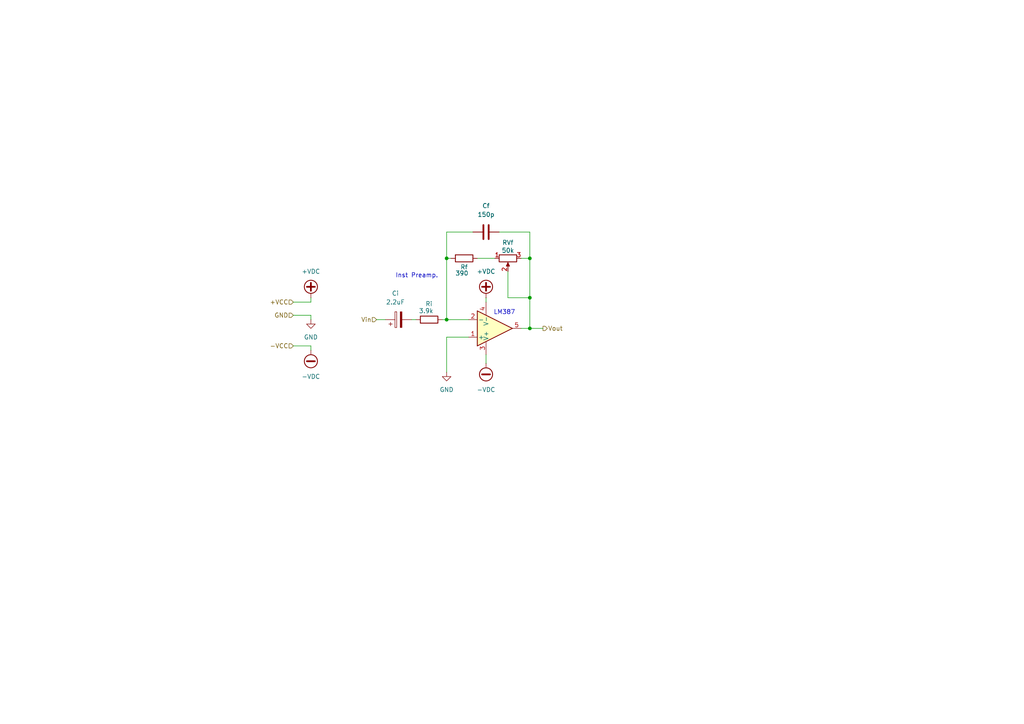
<source format=kicad_sch>
(kicad_sch (version 20231120) (generator "eeschema") (generator_version "8.0")
  (paper "A4")
  (lib_symbols
    (symbol "Device:C" (pin_numbers hide) (pin_names (offset 0.254))
      (property "Reference" "C" (at 0.635 2.54 0))
      (property "Value" "C" (at 0.635 -2.54 0))
      (symbol "C_0_1"
        (polyline (pts (xy -2.032 -0.762) (xy 2.032 -0.762)) (stroke (width 0.508)))
        (polyline (pts (xy -2.032 0.762) (xy 2.032 0.762)) (stroke (width 0.508)))
      )
      (symbol "C_1_1"
        (pin passive line (at 0 3.81 270) (length 2.794) (name "~") (number "1"))
        (pin passive line (at 0 -3.81 90) (length 2.794) (name "~") (number "2"))
      )
    )
    (symbol "Device:C_Polarized" (pin_numbers hide) (pin_names (offset 0.254))
      (property "Reference" "C" (at 0.635 2.54 0))
      (property "Value" "C_Polarized" (at 0.635 -2.54 0))
      (symbol "C_Polarized_0_1"
        (rectangle (start -2.286 0.508) (end 2.286 1.016))
        (polyline (pts (xy -1.778 2.286) (xy -0.762 2.286)))
        (polyline (pts (xy -1.27 2.794) (xy -1.27 1.778)))
        (rectangle (start 2.286 -0.508) (end -2.286 -1.016) (fill (type outline)))
      )
      (symbol "C_Polarized_1_1"
        (pin passive line (at 0 3.81 270) (length 2.794) (name "~") (number "1"))
        (pin passive line (at 0 -3.81 90) (length 2.794) (name "~") (number "2"))
      )
    )
    (symbol "Device:R" (pin_numbers hide) (pin_names (offset 0))
      (property "Reference" "R" (at 2.032 0 90))
      (property "Value" "R" (at 0 0 90))
      (symbol "R_0_1"
        (rectangle (start -1.016 -2.54) (end 1.016 2.54) (stroke (width 0.254)))
      )
      (symbol "R_1_1"
        (pin passive line (at 0 3.81 270) (length 1.27) (name "~") (number "1"))
        (pin passive line (at 0 -3.81 90) (length 1.27) (name "~") (number "2"))
      )
    )
    (symbol "Device:R_Potentiometer" (pin_names (offset 1.016) hide)
      (property "Reference" "RV" (at -4.445 0 90))
      (property "Value" "R_Potentiometer" (at -2.54 0 90))
      (symbol "R_Potentiometer_0_1"
        (polyline (pts (xy 2.54 0) (xy 1.524 0)))
        (polyline (pts (xy 1.143 0) (xy 2.286 0.508) (xy 2.286 -0.508) (xy 1.143 0)) (fill (type outline)))
        (rectangle (start 1.016 2.54) (end -1.016 -2.54) (stroke (width 0.254)))
      )
      (symbol "R_Potentiometer_1_1"
        (pin passive line (at 0 3.81 270) (length 1.27) (name "1") (number "1"))
        (pin passive line (at 3.81 0 180) (length 1.27) (name "2") (number "2"))
        (pin passive line (at 0 -3.81 90) (length 1.27) (name "3") (number "3"))
      )
    )
    (symbol "Simulation_SPICE:OPAMP" (pin_names (offset 0.254))
      (property "Reference" "U" (at 3.81 3.175 0))
      (property "Value" "${SIM.PARAMS}" (at 3.81 -3.175 0))
      (symbol "OPAMP_0_1"
        (polyline (pts (xy 5.08 0) (xy -5.08 5.08) (xy -5.08 -5.08) (xy 5.08 0)) (stroke (width 0.254)) (fill (type background)))
      )
      (symbol "OPAMP_1_1"
        (pin input line (at -7.62 2.54 0) (length 2.54) (name "+") (number "1"))
        (pin input line (at -7.62 -2.54 0) (length 2.54) (name "-") (number "2"))
        (pin power_in line (at -2.54 7.62 270) (length 3.81) (name "V+") (number "3"))
        (pin power_in line (at -2.54 -7.62 90) (length 3.81) (name "V-") (number "4"))
        (pin output line (at 7.62 0 180) (length 2.54) (name "~") (number "5"))
      )
    )
    (symbol "power:+VDC" (power) (pin_numbers hide) (pin_names (offset 0) hide)
      (property "Value" "+VDC" (at 0 6.35 0))
      (symbol "+VDC_0_1"
        (polyline (pts (xy -1.143 3.175) (xy 1.143 3.175)) (stroke (width 0.508)))
        (polyline (pts (xy 0 0) (xy 0 1.27)))
        (polyline (pts (xy 0 2.032) (xy 0 4.318)) (stroke (width 0.508)))
        (circle (center 0 3.175) (radius 1.905) (stroke (width 0.254)))
      )
      (symbol "+VDC_1_1"
        (pin power_in line (at 0 0 90) (length 0) (name "~") (number "1"))
      )
    )
    (symbol "power:-VDC" (power) (pin_numbers hide) (pin_names (offset 0) hide)
      (property "Value" "-VDC" (at 0 6.35 0))
      (symbol "-VDC_0_1"
        (polyline (pts (xy -1.143 3.175) (xy 1.143 3.175)) (stroke (width 0.508)))
        (polyline (pts (xy 0 0) (xy 0 1.27)))
        (circle (center 0 3.175) (radius 1.905) (stroke (width 0.254)))
      )
      (symbol "-VDC_1_1"
        (pin power_in line (at 0 0 90) (length 0) (name "~") (number "1"))
      )
    )
    (symbol "power:GND" (power) (pin_numbers hide) (pin_names (offset 0) hide)
      (property "Value" "GND" (at 0 -3.81 0))
      (symbol "GND_0_1"
        (polyline (pts (xy 0 0) (xy 0 -1.27) (xy 1.27 -1.27) (xy 0 -2.54) (xy -1.27 -1.27) (xy 0 -1.27)))
      )
      (symbol "GND_1_1"
        (pin power_in line (at 0 0 270) (length 0) (name "~") (number "1"))
      )
    )
  )
  (junction (at 129.54 92.71))
  (junction (at 153.67 86.36))
  (junction (at 129.54 74.93))
  (junction (at 153.67 95.25))
  (junction (at 153.67 74.93))
  (wire (pts (xy 140.97 105.41) (xy 140.97 102.87)))
  (wire (pts (xy 144.78 67.31) (xy 153.67 67.31)))
  (wire (pts (xy 90.17 91.44) (xy 90.17 92.71)))
  (wire (pts (xy 90.17 100.33) (xy 90.17 101.6)))
  (wire (pts (xy 138.43 74.93) (xy 143.51 74.93)))
  (wire (pts (xy 147.32 86.36) (xy 153.67 86.36)))
  (wire (pts (xy 85.09 91.44) (xy 90.17 91.44)))
  (wire (pts (xy 128.27 92.71) (xy 129.54 92.71)))
  (wire (pts (xy 129.54 92.71) (xy 135.89 92.71)))
  (wire (pts (xy 129.54 97.79) (xy 129.54 107.95)))
  (wire (pts (xy 90.17 87.63) (xy 90.17 86.36)))
  (wire (pts (xy 151.13 74.93) (xy 153.67 74.93)))
  (wire (pts (xy 129.54 67.31) (xy 129.54 74.93)))
  (wire (pts (xy 147.32 78.74) (xy 147.32 86.36)))
  (wire (pts (xy 129.54 97.79) (xy 135.89 97.79)))
  (wire (pts (xy 119.38 92.71) (xy 120.65 92.71)))
  (wire (pts (xy 153.67 86.36) (xy 153.67 95.25)))
  (wire (pts (xy 153.67 67.31) (xy 153.67 74.93)))
  (wire (pts (xy 153.67 95.25) (xy 157.48 95.25)))
  (wire (pts (xy 153.67 95.25) (xy 151.13 95.25)))
  (wire (pts (xy 85.09 87.63) (xy 90.17 87.63)))
  (wire (pts (xy 109.22 92.71) (xy 111.76 92.71)))
  (wire (pts (xy 129.54 74.93) (xy 129.54 92.71)))
  (wire (pts (xy 153.67 74.93) (xy 153.67 86.36)))
  (wire (pts (xy 140.97 86.36) (xy 140.97 87.63)))
  (wire (pts (xy 85.09 100.33) (xy 90.17 100.33)))
  (wire (pts (xy 129.54 67.31) (xy 137.16 67.31)))
  (wire (pts (xy 130.81 74.93) (xy 129.54 74.93)))
  (text "Inst Preamp." (at 120.904 80.01 0) (effects (font (size 1.27 1.27))))
  (text "LM387" (at 146.304 90.678 0) (effects (font (size 1.27 1.27))))
  (hierarchical_label "Vin" (shape input) (at 109.22 92.71 180))
  (hierarchical_label "GND" (shape input) (at 85.09 91.44 180))
  (hierarchical_label "Vout" (shape output) (at 157.48 95.25 0))
  (hierarchical_label "+VCC" (shape input) (at 85.09 87.63 180))
  (hierarchical_label "-VCC" (shape input) (at 85.09 100.33 180))
  (symbol (lib_id "Simulation_SPICE:OPAMP") (at 143.51 95.25 0) (mirror x) (unit 1)
    (property "Reference" "U2" (effects (hide yes)))
    (property "Value" "${SIM.PARAMS}" (effects (hide yes)))
    (property "Datasheet" "https://ngspice.sourceforge.io/docs/ngspice-html-manual/manual.xhtml#sec__SUBCKT_Subcircuits" (effects (hide yes)))
    (property "Description" "Operational amplifier, single, node sequence=1:+ 2:- 3:OUT 4:V+ 5:V-" (effects (hide yes)))
    (property "Sim.Pins" "1=in+ 2=in- 3=vcc 4=vee 5=out" (effects (hide yes)))
    (property "Sim.Device" "SUBCKT" (effects (hide yes)))
    (property "Sim.Library" "${KICAD8_SYMBOL_DIR}/Simulation_SPICE.sp" (effects (hide yes)))
    (property "Sim.Name" "kicad_builtin_opamp" (effects (hide yes)))
  )
  (symbol (lib_id "Device:C_Polarized") (at 115.57 92.71 90) (unit 1)
    (property "Reference" "Ci" (at 114.681 85.09 90))
    (property "Value" "2.2uF" (at 114.681 87.63 90))
    (property "Description" "Polarized capacitor" (effects (hide yes)))
  )
  (symbol (lib_id "Device:R") (at 124.46 92.71 90) (unit 1)
    (property "Reference" "Ri" (at 125.476 88.138 90) (effects (justify left)))
    (property "Value" "3.9k" (at 125.7299 90.17 90) (effects (justify left)))
    (property "Description" "Resistor" (effects (hide yes)))
  )
  (symbol (lib_id "power:+VDC") (at 90.17 86.36 0) (unit 1)
    (property "Reference" "#PWR036" (effects (hide yes)))
    (property "Value" "+VDC" (at 90.17 78.74 0))
    (property "Description" "Power symbol creates a global label with name \"+VDC\"" (effects (hide yes)))
  )
  (symbol (lib_id "power:-VDC") (at 90.17 101.6 0) (mirror x) (unit 1)
    (property "Reference" "#PWR038" (effects (hide yes)))
    (property "Value" "-VDC" (at 90.17 109.22 0))
    (property "Description" "Power symbol creates a global label with name \"-VDC\"" (effects (hide yes)))
  )
  (symbol (lib_id "power:+VDC") (at 140.97 86.36 0) (unit 1)
    (property "Reference" "#PWR067" (effects (hide yes)))
    (property "Value" "+VDC" (at 140.97 78.74 0))
    (property "Description" "Power symbol creates a global label with name \"+VDC\"" (effects (hide yes)))
  )
  (symbol (lib_id "power:GND") (at 90.17 92.71 0) (mirror y) (unit 1)
    (property "Reference" "#PWR037" (effects (hide yes)))
    (property "Value" "GND" (at 90.17 97.79 0))
    (property "Description" "Power symbol creates a global label with name \"GND\" , ground" (effects (hide yes)))
  )
  (symbol (lib_id "Device:C") (at 140.97 67.31 90) (unit 1)
    (property "Reference" "Cf" (at 140.97 59.69 90))
    (property "Value" "150p" (at 140.97 62.23 90))
    (property "Description" "Unpolarized capacitor" (effects (hide yes)))
  )
  (symbol (lib_id "Device:R_Potentiometer") (at 147.32 74.93 90) (mirror x) (unit 1)
    (property "Reference" "RVf" (at 147.32 70.358 90))
    (property "Value" "50k" (at 147.32 72.644 90))
    (property "Description" "Potentiometer" (effects (hide yes)))
  )
  (symbol (lib_id "power:GND") (at 129.54 107.95 0) (unit 1)
    (property "Reference" "#PWR04" (effects (hide yes)))
    (property "Value" "GND" (at 129.54 113.03 0))
    (property "Description" "Power symbol creates a global label with name \"GND\" , ground" (effects (hide yes)))
  )
  (symbol (lib_id "power:-VDC") (at 140.97 105.41 0) (mirror x) (unit 1)
    (property "Reference" "#PWR068" (effects (hide yes)))
    (property "Value" "-VDC" (at 140.97 113.03 0))
    (property "Description" "Power symbol creates a global label with name \"-VDC\"" (effects (hide yes)))
  )
  (symbol (lib_id "Device:R") (at 134.62 74.93 90) (unit 1)
    (property "Reference" "Rf" (at 134.62 77.47 90))
    (property "Value" "390" (at 135.89 79.248 90) (effects (justify left)))
    (property "Description" "Resistor" (effects (hide yes)))
  )
)
</source>
